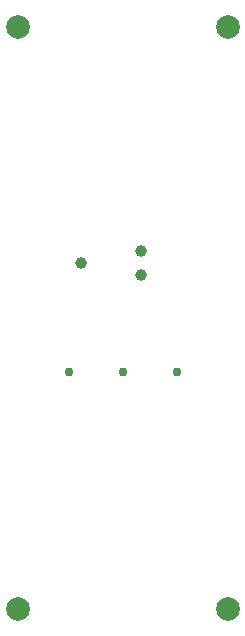
<source format=gbr>
%TF.GenerationSoftware,KiCad,Pcbnew,7.0.2*%
%TF.CreationDate,2024-02-26T12:12:49+02:00*%
%TF.ProjectId,STM32_EVB,53544d33-325f-4455-9642-2e6b69636164,01*%
%TF.SameCoordinates,Original*%
%TF.FileFunction,NonPlated,1,2,NPTH,Drill*%
%TF.FilePolarity,Positive*%
%FSLAX46Y46*%
G04 Gerber Fmt 4.6, Leading zero omitted, Abs format (unit mm)*
G04 Created by KiCad (PCBNEW 7.0.2) date 2024-02-26 12:12:49*
%MOMM*%
%LPD*%
G01*
G04 APERTURE LIST*
%TA.AperFunction,ComponentDrill*%
%ADD10C,0.750000*%
%TD*%
%TA.AperFunction,ComponentDrill*%
%ADD11C,0.990600*%
%TD*%
%TA.AperFunction,ComponentDrill*%
%ADD12C,2.000000*%
%TD*%
G04 APERTURE END LIST*
D10*
%TO.C,S1*%
X93218000Y-78240000D03*
%TO.C,S2*%
X97790000Y-78240000D03*
%TO.C,S3*%
X102362000Y-78240000D03*
D11*
%TO.C,J3*%
X94234000Y-68961000D03*
X99314000Y-67945000D03*
X99314000Y-69977000D03*
D12*
%TO.C,H1*%
X88900000Y-49022000D03*
%TO.C,H3*%
X88900000Y-98298000D03*
%TO.C,H2*%
X106680000Y-49022000D03*
%TO.C,H4*%
X106680000Y-98298000D03*
M02*

</source>
